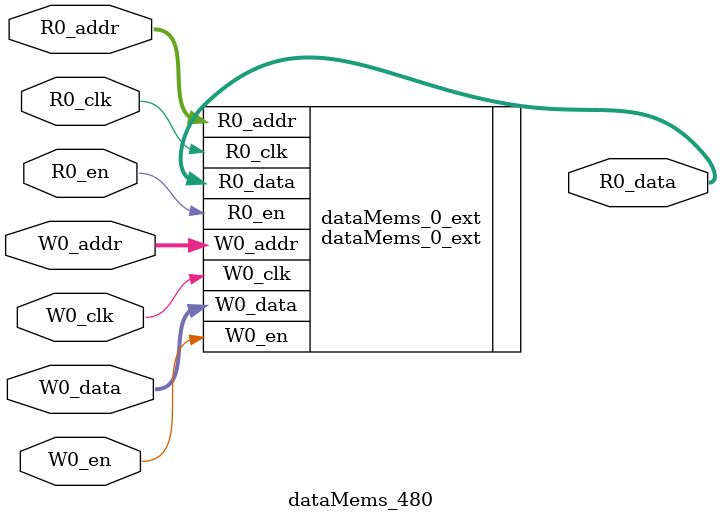
<source format=sv>
`ifndef RANDOMIZE
  `ifdef RANDOMIZE_REG_INIT
    `define RANDOMIZE
  `endif // RANDOMIZE_REG_INIT
`endif // not def RANDOMIZE
`ifndef RANDOMIZE
  `ifdef RANDOMIZE_MEM_INIT
    `define RANDOMIZE
  `endif // RANDOMIZE_MEM_INIT
`endif // not def RANDOMIZE

`ifndef RANDOM
  `define RANDOM $random
`endif // not def RANDOM

// Users can define 'PRINTF_COND' to add an extra gate to prints.
`ifndef PRINTF_COND_
  `ifdef PRINTF_COND
    `define PRINTF_COND_ (`PRINTF_COND)
  `else  // PRINTF_COND
    `define PRINTF_COND_ 1
  `endif // PRINTF_COND
`endif // not def PRINTF_COND_

// Users can define 'ASSERT_VERBOSE_COND' to add an extra gate to assert error printing.
`ifndef ASSERT_VERBOSE_COND_
  `ifdef ASSERT_VERBOSE_COND
    `define ASSERT_VERBOSE_COND_ (`ASSERT_VERBOSE_COND)
  `else  // ASSERT_VERBOSE_COND
    `define ASSERT_VERBOSE_COND_ 1
  `endif // ASSERT_VERBOSE_COND
`endif // not def ASSERT_VERBOSE_COND_

// Users can define 'STOP_COND' to add an extra gate to stop conditions.
`ifndef STOP_COND_
  `ifdef STOP_COND
    `define STOP_COND_ (`STOP_COND)
  `else  // STOP_COND
    `define STOP_COND_ 1
  `endif // STOP_COND
`endif // not def STOP_COND_

// Users can define INIT_RANDOM as general code that gets injected into the
// initializer block for modules with registers.
`ifndef INIT_RANDOM
  `define INIT_RANDOM
`endif // not def INIT_RANDOM

// If using random initialization, you can also define RANDOMIZE_DELAY to
// customize the delay used, otherwise 0.002 is used.
`ifndef RANDOMIZE_DELAY
  `define RANDOMIZE_DELAY 0.002
`endif // not def RANDOMIZE_DELAY

// Define INIT_RANDOM_PROLOG_ for use in our modules below.
`ifndef INIT_RANDOM_PROLOG_
  `ifdef RANDOMIZE
    `ifdef VERILATOR
      `define INIT_RANDOM_PROLOG_ `INIT_RANDOM
    `else  // VERILATOR
      `define INIT_RANDOM_PROLOG_ `INIT_RANDOM #`RANDOMIZE_DELAY begin end
    `endif // VERILATOR
  `else  // RANDOMIZE
    `define INIT_RANDOM_PROLOG_
  `endif // RANDOMIZE
`endif // not def INIT_RANDOM_PROLOG_

// Include register initializers in init blocks unless synthesis is set
`ifndef SYNTHESIS
  `ifndef ENABLE_INITIAL_REG_
    `define ENABLE_INITIAL_REG_
  `endif // not def ENABLE_INITIAL_REG_
`endif // not def SYNTHESIS

// Include rmemory initializers in init blocks unless synthesis is set
`ifndef SYNTHESIS
  `ifndef ENABLE_INITIAL_MEM_
    `define ENABLE_INITIAL_MEM_
  `endif // not def ENABLE_INITIAL_MEM_
`endif // not def SYNTHESIS

module dataMems_480(	// @[generators/ara/src/main/scala/UnsafeAXI4ToTL.scala:365:62]
  input  [4:0]  R0_addr,
  input         R0_en,
  input         R0_clk,
  output [66:0] R0_data,
  input  [4:0]  W0_addr,
  input         W0_en,
  input         W0_clk,
  input  [66:0] W0_data
);

  dataMems_0_ext dataMems_0_ext (	// @[generators/ara/src/main/scala/UnsafeAXI4ToTL.scala:365:62]
    .R0_addr (R0_addr),
    .R0_en   (R0_en),
    .R0_clk  (R0_clk),
    .R0_data (R0_data),
    .W0_addr (W0_addr),
    .W0_en   (W0_en),
    .W0_clk  (W0_clk),
    .W0_data (W0_data)
  );
endmodule


</source>
